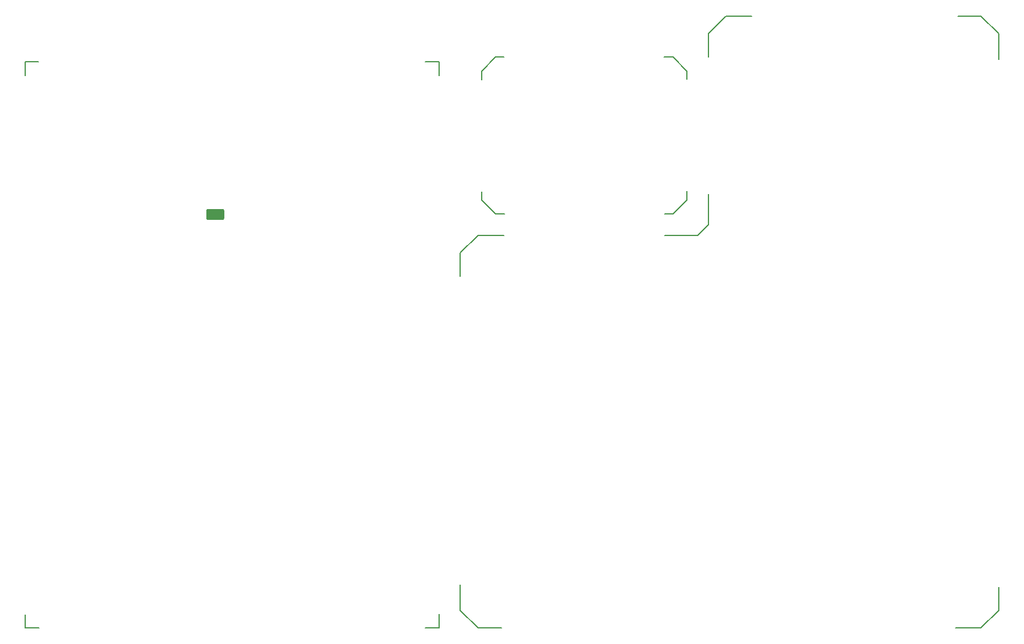
<source format=gbp>
%FSTAX25Y25*%
%MOIN*%
%SFA1B1*%

%IPPOS*%
%AMD113*
4,1,8,0.050000,-0.021000,0.050000,0.021000,0.041000,0.030000,-0.041000,0.030000,-0.050000,0.021000,-0.050000,-0.021000,-0.041000,-0.030000,0.041000,-0.030000,0.050000,-0.021000,0.0*
1,1,0.018000,0.041000,-0.021000*
1,1,0.018000,0.041000,0.021000*
1,1,0.018000,-0.041000,0.021000*
1,1,0.018000,-0.041000,-0.021000*
%
G04~CAMADD=113~8~0.0~0.0~600.0~1000.0~90.0~0.0~15~0.0~0.0~0.0~0.0~0~0.0~0.0~0.0~0.0~0~0.0~0.0~0.0~270.0~1000.0~600.0*
%ADD113D113*%
%ADD117C,0.008000*%
%LNunisolder52_full-1*%
%LPD*%
G54D113*
X0257691Y0499665D03*
G54D117*
X015187Y0577067D02*
Y0584646D01*
X015935*
X0507407Y0488202D02*
X0525604D01*
X0531507Y0494105*
X0531496Y0494095D02*
Y0510991D01*
X0413386Y05D02*
X041811D01*
X0405512Y0507874D02*
X0413386Y05D01*
X0405512Y0507874D02*
Y0512303D01*
X0519685Y0507874D02*
Y0512598D01*
X0511811Y05D02*
X0519685Y0507874D01*
X0507382Y05D02*
X0511811D01*
X0507087Y0587402D02*
X0511811D01*
X0519685Y0579528*
Y0575098D02*
Y0579528D01*
X0413386Y0587402D02*
X0417815D01*
X0405512Y0579528D02*
X0413386Y0587402D01*
X0405512Y0574803D02*
Y0579528D01*
X0541338Y0610236D02*
X0555598D01*
X0531498Y0600396D02*
X0541338Y0610236D01*
X0531498Y0587436D02*
Y0600396D01*
X0692913Y0586134D02*
Y0600394D01*
X0683073Y0610234D02*
X0692913Y0600394D01*
X0670113Y0610234D02*
X0683073D01*
X0668811Y0269685D02*
X0683071D01*
X0692911Y0279525*
Y0292485*
X0403554Y0269674D02*
X0416514D01*
X0393714Y0279514D02*
X0403554Y0269674D01*
X0393714Y0279514D02*
Y0293774D01*
X038189Y0577165D02*
Y0584646D01*
X0374311D02*
X038189D01*
X037441Y0269685D02*
X038189D01*
Y0277264*
X015187Y0269685D02*
Y0277165D01*
Y0269685D02*
X0159449D01*
X0403519Y0488165D02*
X0417779D01*
X0393679Y0478325D02*
X0403519Y0488165D01*
X0393679Y0465365D02*
Y0478325D01*
M02*
</source>
